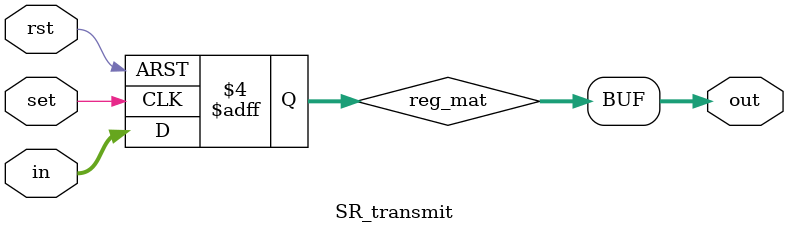
<source format=v>
`timescale 1ns / 1ps
module SR_transmit #(parameter D = 8)(in,set,rst,out);

	
	input [D-1:0] in;
    input set, rst; 
	reg [7:0] reg_mat; 
    output reg [7:0] out; 
		
		always@(negedge rst or negedge set) //reset the gate
		begin
				if (rst == 0)
				begin
				reg_mat= 8'b0;
				end
				else
				begin
				reg_mat[D-1:0]=in;
				end
				
		end
		
		
		
		always @(*) 
		begin
			out <= reg_mat;
		end
	
	
	
endmodule
</source>
